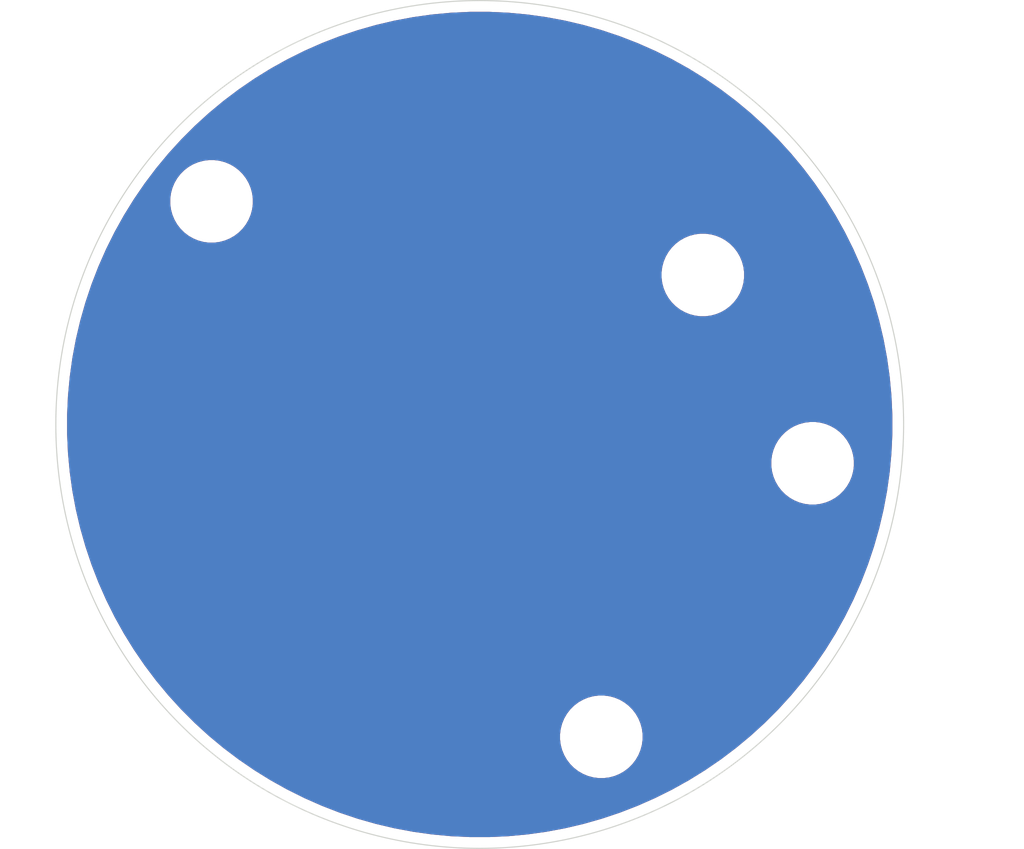
<source format=kicad_pcb>
(kicad_pcb (version 20241229) (generator "pcbnew") (generator_version "9.0")
  (layers (0 "F.Cu" signal) (2 "B.Cu" signal) (13 "F.Paste" user) (15 "B.Paste" user) (5 "F.SilkS" user "F.Silkscreen") (7 "B.SilkS" user "B.Silkscreen") (1 "F.Mask" user) (3 "B.Mask" user) (25 "Edge.Cuts" user))
  (net 0 "")
  (footprint "MountingHole:MountingHole_3.2mm_M3" (layer "F.Cu") (at 160 93.3)
    (property "Reference" "REF**" (hide yes))
    (property "Value" "MountingHole_3.2mm_M3")
    (pad "" np_thru_hole circle (at 0 0) (size 3.2 3.2) (drill 3.2) (layers "*.Cu" "*.Mask"))
  )
  (footprint "MountingHole:MountingHole_3.2mm_M3" (layer "F.Cu") (at 155.45 114)
    (property "Reference" "REF**" (hide yes))
    (property "Value" "MountingHole_3.2mm_M3")
    (pad "" np_thru_hole circle (at 0 0) (size 3.2 3.2) (drill 3.2) (layers "*.Cu" "*.Mask"))
  )
  (footprint "MountingHole:MountingHole_3.2mm_M3" (layer "F.Cu") (at 164.92 101.74)
    (property "Reference" "REF**" (hide yes))
    (property "Value" "MountingHole_3.2mm_M3")
    (pad "" np_thru_hole circle (at 0 0) (size 3.2 3.2) (drill 3.2) (layers "*.Cu" "*.Mask"))
  )
  (footprint "MountingHole:MountingHole_3.2mm_M3" (layer "F.Cu") (at 137.98 90)
    (property "Reference" "REF**" (hide yes))
    (property "Value" "MountingHole_3.2mm_M3")
    (pad "" np_thru_hole circle (at 0 0) (size 3.2 3.2) (drill 3.2) (layers "*.Cu" "*.Mask"))
  )
  (gr_circle (center 150 100) (end 169 100) (stroke (width 0.05)) (fill no) (layer "Edge.Cuts"))
  (zone (net 0) (net_name "") (layers "F.Cu" "B.Cu") (connect_pads (clearance 0.5)) (min_thickness 0.25) (fill yes (thermal_gap 0.5) (thermal_bridge_width 0.5) (island_removal_mode 1) (island_area_min 10))
    (polygon (pts (xy 168.995479 99.585517) (xy 168.95932 98.757341) (xy 168.88707 97.931529) (xy 168.778869 97.109656) (xy 168.63492 96.293284) (xy 168.455499 95.483968) (xy 168.240947 94.683249) (xy 167.991672 93.89265) (xy 167.70815 93.113677) (xy 167.390918 92.347813) (xy 167.040582 91.596515) (xy 166.657808 90.861213) (xy 166.243326 90.143308) (xy 165.797923 89.444166) (xy 165.322447 88.765117) (xy 164.817805 88.107454) (xy 164.284956 87.47243) (xy 163.724915 86.861252) (xy 163.138748 86.275085) (xy 162.52757 85.715044) (xy 161.892546 85.182195) (xy 161.234883 84.677553) (xy 160.555834 84.202077) (xy 159.856692 83.756674) (xy 159.138787 83.342192) (xy 158.403485 82.959418) (xy 157.652187 82.609082) (xy 156.886323 82.29185) (xy 156.10735 82.008328) (xy 155.316751 81.759053) (xy 154.516032 81.544501) (xy 153.706716 81.36508) (xy 152.890344 81.221131) (xy 152.068471 81.11293) (xy 151.242659 81.04068) (xy 150.414483 81.004521) (xy 149.585517 81.004521) (xy 148.757341 81.04068) (xy 147.931529 81.11293) (xy 147.109656 81.221131) (xy 146.293284 81.36508) (xy 145.483968 81.544501) (xy 144.683249 81.759053) (xy 143.89265 82.008328) (xy 143.113677 82.29185) (xy 142.347813 82.609082) (xy 141.596515 82.959418) (xy 140.861213 83.342192) (xy 140.143308 83.756674) (xy 139.444166 84.202077) (xy 138.765117 84.677553) (xy 138.107454 85.182195) (xy 137.47243 85.715044) (xy 136.861252 86.275085) (xy 136.275085 86.861252) (xy 135.715044 87.47243) (xy 135.182195 88.107454) (xy 134.677553 88.765117) (xy 134.202077 89.444166) (xy 133.756674 90.143308) (xy 133.342192 90.861213) (xy 132.959418 91.596515) (xy 132.609082 92.347813) (xy 132.29185 93.113677) (xy 132.008328 93.89265) (xy 131.759053 94.683249) (xy 131.544501 95.483968) (xy 131.36508 96.293284) (xy 131.221131 97.109656) (xy 131.11293 97.931529) (xy 131.04068 98.757341) (xy 131.004521 99.585517) (xy 131.004521 100.414483) (xy 131.04068 101.242659) (xy 131.11293 102.068471) (xy 131.221131 102.890344) (xy 131.36508 103.706716) (xy 131.544501 104.516032) (xy 131.759053 105.316751) (xy 132.008328 106.10735) (xy 132.29185 106.886323) (xy 132.609082 107.652187) (xy 132.959418 108.403485) (xy 133.342192 109.138787) (xy 133.756674 109.856692) (xy 134.202077 110.555834) (xy 134.677553 111.234883) (xy 135.182195 111.892546) (xy 135.715044 112.52757) (xy 136.275085 113.138748) (xy 136.861252 113.724915) (xy 137.47243 114.284956) (xy 138.107454 114.817805) (xy 138.765117 115.322447) (xy 139.444166 115.797923) (xy 140.143308 116.243326) (xy 140.861213 116.657808) (xy 141.596515 117.040582) (xy 142.347813 117.390918) (xy 143.113677 117.70815) (xy 143.89265 117.991672) (xy 144.683249 118.240947) (xy 145.483968 118.455499) (xy 146.293284 118.63492) (xy 147.109656 118.778869) (xy 147.931529 118.88707) (xy 148.757341 118.95932) (xy 149.585517 118.995479) (xy 150.414483 118.995479) (xy 151.242659 118.95932) (xy 152.068471 118.88707) (xy 152.890344 118.778869) (xy 153.706716 118.63492) (xy 154.516032 118.455499) (xy 155.316751 118.240947) (xy 156.10735 117.991672) (xy 156.886323 117.70815) (xy 157.652187 117.390918) (xy 158.403485 117.040582) (xy 159.138787 116.657808) (xy 159.856692 116.243326) (xy 160.555834 115.797923) (xy 161.234883 115.322447) (xy 161.892546 114.817805) (xy 162.52757 114.284956) (xy 163.138748 113.724915) (xy 163.724915 113.138748) (xy 164.284956 112.52757) (xy 164.817805 111.892546) (xy 165.322447 111.234883) (xy 165.797923 110.555834) (xy 166.243326 109.856692) (xy 166.657808 109.138787) (xy 167.040582 108.403485) (xy 167.390918 107.652187) (xy 167.70815 106.886323) (xy 167.991672 106.10735) (xy 168.240947 105.316751) (xy 168.455499 104.516032) (xy 168.63492 103.706716) (xy 168.778869 102.890344) (xy 168.88707 102.068471) (xy 168.95932 101.242659) (xy 168.995479 100.414483)))
  )
)
</source>
